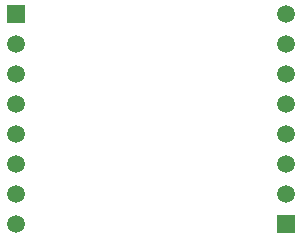
<source format=gbl>
G04 Layer_Physical_Order=2*
G04 Layer_Color=16711680*
%FSLAX25Y25*%
%MOIN*%
G70*
G01*
G75*
%ADD12R,0.05906X0.05906*%
%ADD13C,0.05906*%
D12*
X5000Y75000D02*
D03*
X95000Y5000D02*
D03*
D13*
X5000Y65000D02*
D03*
Y55000D02*
D03*
Y45000D02*
D03*
Y35000D02*
D03*
Y25000D02*
D03*
Y15000D02*
D03*
Y5000D02*
D03*
X95000Y15000D02*
D03*
Y25000D02*
D03*
Y35000D02*
D03*
Y45000D02*
D03*
Y55000D02*
D03*
Y65000D02*
D03*
Y75000D02*
D03*
M02*

</source>
